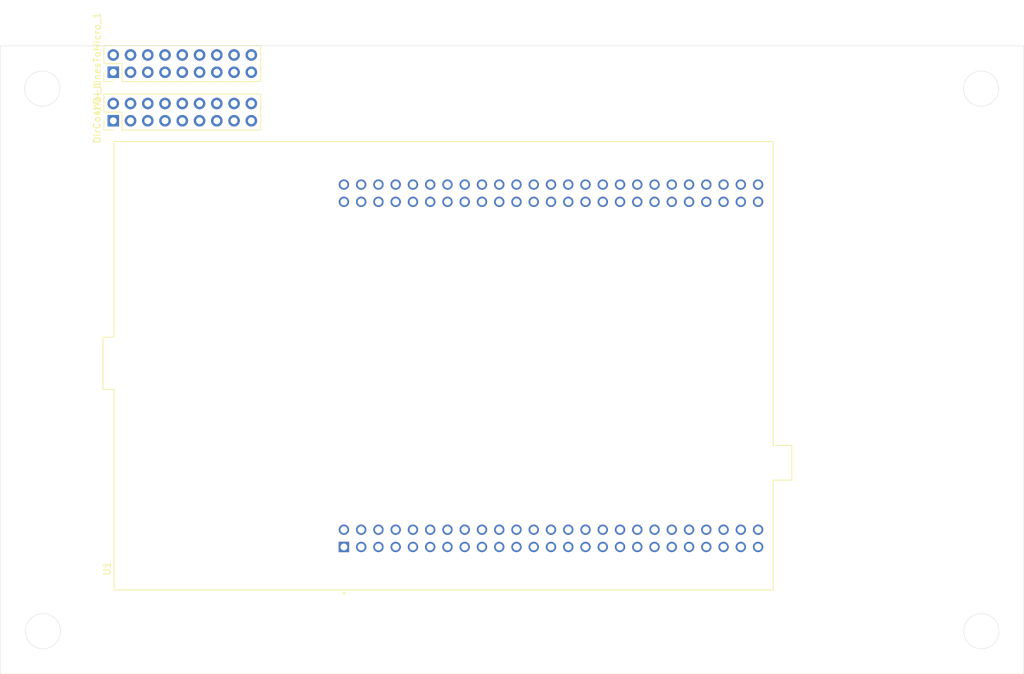
<source format=kicad_pcb>
(kicad_pcb (version 20241229) (generator "pcbnew") (generator_version "9.0")
  (layers (0 "F.Cu" signal) (2 "B.Cu" signal) (13 "F.Paste" user) (15 "B.Paste" user) (5 "F.SilkS" user "F.Silkscreen") (7 "B.SilkS" user "B.Silkscreen") (1 "F.Mask" user) (3 "B.Mask" user) (25 "Edge.Cuts" user))
  (net 0 "")
  (net 51 "+5V")
  (net 52 "DIR-6")
  (net 53 "DIR-1")
  (net 54 "DIR-10")
  (net 55 "DIR-4")
  (net 56 "DIR-7")
  (net 57 "DIR-3")
  (net 58 "DIR-5")
  (net 59 "DIR-15")
  (net 60 "DIR-11")
  (net 61 "DIR-9")
  (net 62 "GND")
  (net 63 "DIR-13")
  (net 64 "DIR-2")
  (net 65 "DIR-8")
  (net 66 "DIR-12")
  (net 67 "DIR-16")
  (net 68 "DIR-14")
  (net 69 "I{slash}O-14 Micro")
  (net 70 "I{slash}O-8 Micro")
  (net 71 "I{slash}O-11 Micro")
  (net 72 "I{slash}O-4 Micro")
  (net 73 "I{slash}O-12 Micro")
  (net 74 "I{slash}O-9 Micro")
  (net 75 "I{slash}O-1 Micro")
  (net 76 "I{slash}O-16 Micro")
  (net 77 "I{slash}O-2 Micro")
  (net 78 "I{slash}O-3 Micro")
  (net 79 "I{slash}O-13 Micro")
  (net 80 "I{slash}O-10 Micro")
  (net 81 "I{slash}O-7 Micro")
  (net 82 "I{slash}O-15 Micro")
  (net 83 "I{slash}O-5 Micro")
  (net 84 "I{slash}O-6 Micro")
  (footprint "Connector_PinHeader_2.54mm:PinHeader_2x09_P2.54mm_Vertical" (layer "F.Cu") (at 83.652 59.693 90)
    (property "Reference" "DirControl_1" (at 1.27 -2.38 90) (layer "F.SilkS"))
    (property "Value" "Conn_02x09_Top_Bottom")
    (fp_line (start 3.92 -1.38) (end 3.92 21.7) (stroke (width 0.12)) (layer "F.SilkS"))
    (fp_line (start 1.27 -1.38) (end 3.92 -1.38) (stroke (width 0.12)) (layer "F.SilkS"))
    (fp_line (start -1.38 -1.38) (end 0 -1.38) (stroke (width 0.12)) (layer "F.SilkS"))
    (fp_line (start -1.38 0) (end -1.38 -1.38) (stroke (width 0.12)) (layer "F.SilkS"))
    (fp_line (start 1.27 1.27) (end 1.27 -1.38) (stroke (width 0.12)) (layer "F.SilkS"))
    (fp_line (start -1.38 1.27) (end 1.27 1.27) (stroke (width 0.12)) (layer "F.SilkS"))
    (fp_line (start -1.38 1.27) (end -1.38 21.7) (stroke (width 0.12)) (layer "F.SilkS"))
    (fp_line (start -1.38 21.7) (end 3.92 21.7) (stroke (width 0.12)) (layer "F.SilkS"))
    (pad "1" thru_hole rect (at 0 0 90) (size 1.7 1.7) (drill 1) (layers "*.Cu" "*.Mask") (net 53 "DIR-1"))
    (pad "2" thru_hole circle (at 2.54 0 90) (size 1.7 1.7) (drill 1) (layers "*.Cu" "*.Mask") (net 52 "DIR-6"))
    (pad "3" thru_hole circle (at 0 2.54 90) (size 1.7 1.7) (drill 1) (layers "*.Cu" "*.Mask") (net 56 "DIR-7"))
    (pad "4" thru_hole circle (at 2.54 2.54 90) (size 1.7 1.7) (drill 1) (layers "*.Cu" "*.Mask") (net 68 "DIR-14"))
    (pad "5" thru_hole circle (at 0 5.08 90) (size 1.7 1.7) (drill 1) (layers "*.Cu" "*.Mask") (net 63 "DIR-13"))
    (pad "6" thru_hole circle (at 2.54 5.08 90) (size 1.7 1.7) (drill 1) (layers "*.Cu" "*.Mask") (net 65 "DIR-8"))
    (pad "7" thru_hole circle (at 0 7.62 90) (size 1.7 1.7) (drill 1) (layers "*.Cu" "*.Mask") (net 58 "DIR-5"))
    (pad "8" thru_hole circle (at 2.54 7.62 90) (size 1.7 1.7) (drill 1) (layers "*.Cu" "*.Mask") (net 64 "DIR-2"))
    (pad "9" thru_hole circle (at 0 10.16 90) (size 1.7 1.7) (drill 1) (layers "*.Cu" "*.Mask") (net 55 "DIR-4"))
    (pad "10" thru_hole circle (at 2.54 10.16 90) (size 1.7 1.7) (drill 1) (layers "*.Cu" "*.Mask") (net 60 "DIR-11"))
    (pad "11" thru_hole circle (at 0 12.7 90) (size 1.7 1.7) (drill 1) (layers "*.Cu" "*.Mask") (net 54 "DIR-10"))
    (pad "12" thru_hole circle (at 2.54 12.7 90) (size 1.7 1.7) (drill 1) (layers "*.Cu" "*.Mask") (net 59 "DIR-15"))
    (pad "13" thru_hole circle (at 0 15.24 90) (size 1.7 1.7) (drill 1) (layers "*.Cu" "*.Mask") (net 67 "DIR-16"))
    (pad "14" thru_hole circle (at 2.54 15.24 90) (size 1.7 1.7) (drill 1) (layers "*.Cu" "*.Mask") (net 61 "DIR-9"))
    (pad "15" thru_hole circle (at 0 17.78 90) (size 1.7 1.7) (drill 1) (layers "*.Cu" "*.Mask") (net 66 "DIR-12"))
    (pad "16" thru_hole circle (at 2.54 17.78 90) (size 1.7 1.7) (drill 1) (layers "*.Cu" "*.Mask") (net 57 "DIR-3"))
    (pad "17" thru_hole circle (at 0 20.32 90) (size 1.7 1.7) (drill 1) (layers "*.Cu" "*.Mask") (net 51 "+5V"))
    (pad "18" thru_hole circle (at 2.54 20.32 90) (size 1.7 1.7) (drill 1) (layers "*.Cu" "*.Mask") (net 62 "GND"))
  )
  (footprint "STM32F407G-DISC1:MODULE_STM32F407G-DISC1" (layer "F.Cu") (at 132.282 95.758 90)
    (property "Reference" "U1" (at -29.845 -49.53 90) (layer "F.SilkS"))
    (property "Value" "STM32F407G-DISC1")
    (fp_line (start -3.5 -50.15) (end 4.2 -50.15) (stroke (width 0.127)) (layer "F.SilkS"))
    (fp_line (start 4.2 -48.5) (end 4.2 -50.15) (stroke (width 0.127)) (layer "F.SilkS"))
    (fp_line (start 4.2 -48.5) (end 33 -48.5) (stroke (width 0.127)) (layer "F.SilkS"))
    (fp_line (start -3.5 -48.5) (end -3.5 -50.15) (stroke (width 0.127)) (layer "F.SilkS"))
    (fp_line (start -33 -48.5) (end -3.5 -48.5) (stroke (width 0.127)) (layer "F.SilkS"))
    (fp_line (start 33 48.5) (end 33 -48.5) (stroke (width 0.127)) (layer "F.SilkS"))
    (fp_line (start -11.74 48.5) (end 33 48.5) (stroke (width 0.127)) (layer "F.SilkS"))
    (fp_line (start -11.74 48.5) (end -11.74 51.245) (stroke (width 0.127)) (layer "F.SilkS"))
    (fp_line (start -16.84 48.5) (end -16.84 51.245) (stroke (width 0.127)) (layer "F.SilkS"))
    (fp_line (start -33 48.5) (end -33 -48.5) (stroke (width 0.127)) (layer "F.SilkS"))
    (fp_line (start -33 48.5) (end -16.84 48.5) (stroke (width 0.127)) (layer "F.SilkS"))
    (fp_line (start -16.84 51.245) (end -11.74 51.245) (stroke (width 0.127)) (layer "F.SilkS"))
    (fp_circle (center -33.5 -14.68) (end -33.4 -14.68) (stroke (width 0.2)) (fill no) (layer "F.SilkS"))
    (pad "P1_1" thru_hole rect (at -26.67 -14.68 90) (size 1.524 1.524) (drill 1.016) (layers "*.Cu" "*.Mask"))
    (pad "P1_2" thru_hole circle (at -24.13 -14.68 90) (size 1.524 1.524) (drill 1.016) (layers "*.Cu" "*.Mask"))
    (pad "P1_3" thru_hole circle (at -26.67 -12.14 90) (size 1.524 1.524) (drill 1.016) (layers "*.Cu" "*.Mask"))
    (pad "P1_4" thru_hole circle (at -24.13 -12.14 90) (size 1.524 1.524) (drill 1.016) (layers "*.Cu" "*.Mask"))
    (pad "P1_5" thru_hole circle (at -26.67 -9.6 90) (size 1.524 1.524) (drill 1.016) (layers "*.Cu" "*.Mask"))
    (pad "P1_6" thru_hole circle (at -24.13 -9.6 90) (size 1.524 1.524) (drill 1.016) (layers "*.Cu" "*.Mask"))
    (pad "P1_7" thru_hole circle (at -26.67 -7.06 90) (size 1.524 1.524) (drill 1.016) (layers "*.Cu" "*.Mask"))
    (pad "P1_8" thru_hole circle (at -24.13 -7.06 90) (size 1.524 1.524) (drill 1.016) (layers "*.Cu" "*.Mask"))
    (pad "P1_9" thru_hole circle (at -26.67 -4.52 90) (size 1.524 1.524) (drill 1.016) (layers "*.Cu" "*.Mask"))
    (pad "P1_10" thru_hole circle (at -24.13 -4.52 90) (size 1.524 1.524) (drill 1.016) (layers "*.Cu" "*.Mask"))
    (pad "P1_11" thru_hole circle (at -26.67 -1.98 90) (size 1.524 1.524) (drill 1.016) (layers "*.Cu" "*.Mask"))
    (pad "P1_12" thru_hole circle (at -24.13 -1.98 90) (size 1.524 1.524) (drill 1.016) (layers "*.Cu" "*.Mask"))
    (pad "P1_13" thru_hole circle (at -26.67 0.56 90) (size 1.524 1.524) (drill 1.016) (layers "*.Cu" "*.Mask"))
    (pad "P1_14" thru_hole circle (at -24.13 0.56 90) (size 1.524 1.524) (drill 1.016) (layers "*.Cu" "*.Mask"))
    (pad "P1_15" thru_hole circle (at -26.67 3.1 90) (size 1.524 1.524) (drill 1.016) (layers "*.Cu" "*.Mask"))
    (pad "P1_16" thru_hole circle (at -24.13 3.1 90) (size 1.524 1.524) (drill 1.016) (layers "*.Cu" "*.Mask"))
    (pad "P1_17" thru_hole circle (at -26.67 5.64 90) (size 1.524 1.524) (drill 1.016) (layers "*.Cu" "*.Mask"))
    (pad "P1_18" thru_hole circle (at -24.13 5.64 90) (size 1.524 1.524) (drill 1.016) (layers "*.Cu" "*.Mask"))
    (pad "P1_19" thru_hole circle (at -26.67 8.18 90) (size 1.524 1.524) (drill 1.016) (layers "*.Cu" "*.Mask"))
    (pad "P1_20" thru_hole circle (at -24.13 8.18 90) (size 1.524 1.524) (drill 1.016) (layers "*.Cu" "*.Mask"))
    (pad "P1_21" thru_hole circle (at -26.67 10.72 90) (size 1.524 1.524) (drill 1.016) (layers "*.Cu" "*.Mask"))
    (pad "P1_22" thru_hole circle (at -24.13 10.72 90) (size 1.524 1.524) (drill 1.016) (layers "*.Cu" "*.Mask"))
    (pad "P1_23" thru_hole circle (at -26.67 13.26 90) (size 1.524 1.524) (drill 1.016) (layers "*.Cu" "*.Mask"))
    (pad "P1_24" thru_hole circle (at -24.13 13.26 90) (size 1.524 1.524) (drill 1.016) (layers "*.Cu" "*.Mask"))
    (pad "P1_25" thru_hole circle (at -26.67 15.8 90) (size 1.524 1.524) (drill 1.016) (layers "*.Cu" "*.Mask"))
    (pad "P1_26" thru_hole circle (at -24.13 15.8 90) (size 1.524 1.524) (drill 1.016) (layers "*.Cu" "*.Mask"))
    (pad "P1_27" thru_hole circle (at -26.67 18.34 90) (size 1.524 1.524) (drill 1.016) (layers "*.Cu" "*.Mask"))
    (pad "P1_28" thru_hole circle (at -24.13 18.34 90) (size 1.524 1.524) (drill 1.016) (layers "*.Cu" "*.Mask"))
    (pad "P1_29" thru_hole circle (at -26.67 20.88 90) (size 1.524 1.524) (drill 1.016) (layers "*.Cu" "*.Mask"))
    (pad "P1_30" thru_hole circle (at -24.13 20.88 90) (size 1.524 1.524) (drill 1.016) (layers "*.Cu" "*.Mask"))
    (pad "P1_31" thru_hole circle (at -26.67 23.42 90) (size 1.524 1.524) (drill 1.016) (layers "*.Cu" "*.Mask"))
    (pad "P1_32" thru_hole circle (at -24.13 23.42 90) (size 1.524 1.524) (drill 1.016) (layers "*.Cu" "*.Mask"))
    (pad "P1_33" thru_hole circle (at -26.67 25.96 90) (size 1.524 1.524) (drill 1.016) (layers "*.Cu" "*.Mask"))
    (pad "P1_34" thru_hole circle (at -24.13 25.96 90) (size 1.524 1.524) (drill 1.016) (layers "*.Cu" "*.Mask"))
    (pad "P1_35" thru_hole circle (at -26.67 28.5 90) (size 1.524 1.524) (drill 1.016) (layers "*.Cu" "*.Mask"))
    (pad "P1_36" thru_hole circle (at -24.13 28.5 90) (size 1.524 1.524) (drill 1.016) (layers "*.Cu" "*.Mask"))
    (pad "P1_37" thru_hole circle (at -26.67 31.04 90) (size 1.524 1.524) (drill 1.016) (layers "*.Cu" "*.Mask"))
    (pad "P1_38" thru_hole circle (at -24.13 31.04 90) (size 1.524 1.524) (drill 1.016) (layers "*.Cu" "*.Mask"))
    (pad "P1_39" thru_hole circle (at -26.67 33.58 90) (size 1.524 1.524) (drill 1.016) (layers "*.Cu" "*.Mask"))
    (pad "P1_40" thru_hole circle (at -24.13 33.58 90) (size 1.524 1.524) (drill 1.016) (layers "*.Cu" "*.Mask"))
    (pad "P1_41" thru_hole circle (at -26.67 36.12 90) (size 1.524 1.524) (drill 1.016) (layers "*.Cu" "*.Mask"))
    (pad "P1_42" thru_hole circle (at -24.13 36.12 90) (size 1.524 1.524) (drill 1.016) (layers "*.Cu" "*.Mask"))
    (pad "P1_43" thru_hole circle (at -26.67 38.66 90) (size 1.524 1.524) (drill 1.016) (layers "*.Cu" "*.Mask"))
    (pad "P1_44" thru_hole circle (at -24.13 38.66 90) (size 1.524 1.524) (drill 1.016) (layers "*.Cu" "*.Mask"))
    (pad "P1_45" thru_hole circle (at -26.67 41.2 90) (size 1.524 1.524) (drill 1.016) (layers "*.Cu" "*.Mask"))
    (pad "P1_46" thru_hole circle (at -24.13 41.2 90) (size 1.524 1.524) (drill 1.016) (layers "*.Cu" "*.Mask"))
    (pad "P1_47" thru_hole circle (at -26.67 43.74 90) (size 1.524 1.524) (drill 1.016) (layers "*.Cu" "*.Mask"))
    (pad "P1_48" thru_hole circle (at -24.13 43.74 90) (size 1.524 1.524) (drill 1.016) (layers "*.Cu" "*.Mask"))
    (pad "P1_49" thru_hole circle (at -26.67 46.28 90) (size 1.524 1.524) (drill 1.016) (layers "*.Cu" "*.Mask"))
    (pad "P1_50" thru_hole circle (at -24.13 46.28 90) (size 1.524 1.524) (drill 1.016) (layers "*.Cu" "*.Mask"))
    (pad "P2_1" thru_hole circle (at 24.13 -14.68 90) (size 1.524 1.524) (drill 1.016) (layers "*.Cu" "*.Mask"))
    (pad "P2_2" thru_hole circle (at 26.67 -14.68 90) (size 1.524 1.524) (drill 1.016) (layers "*.Cu" "*.Mask"))
    (pad "P2_3" thru_hole circle (at 24.13 -12.14 90) (size 1.524 1.524) (drill 1.016) (layers "*.Cu" "*.Mask"))
    (pad "P2_4" thru_hole circle (at 26.67 -12.14 90) (size 1.524 1.524) (drill 1.016) (layers "*.Cu" "*.Mask"))
    (pad "P2_5" thru_hole circle (at 24.13 -9.6 90) (size 1.524 1.524) (drill 1.016) (layers "*.Cu" "*.Mask"))
    (pad "P2_6" thru_hole circle (at 26.67 -9.6 90) (size 1.524 1.524) (drill 1.016) (layers "*.Cu" "*.Mask"))
    (pad "P2_7" thru_hole circle (at 24.13 -7.06 90) (size 1.524 1.524) (drill 1.016) (layers "*.Cu" "*.Mask"))
    (pad "P2_8" thru_hole circle (at 26.67 -7.06 90) (size 1.524 1.524) (drill 1.016) (layers "*.Cu" "*.Mask"))
    (pad "P2_9" thru_hole circle (at 24.13 -4.52 90) (size 1.524 1.524) (drill 1.016) (layers "*.Cu" "*.Mask"))
    (pad "P2_10" thru_hole circle (at 26.67 -4.52 90) (size 1.524 1.524) (drill 1.016) (layers "*.Cu" "*.Mask"))
    (pad "P2_11" thru_hole circle (at 24.13 -1.98 90) (size 1.524 1.524) (drill 1.016) (layers "*.Cu" "*.Mask"))
    (pad "P2_12" thru_hole circle (at 26.67 -1.98 90) (size 1.524 1.524) (drill 1.016) (layers "*.Cu" "*.Mask"))
    (pad "P2_13" thru_hole circle (at 24.13 0.56 90) (size 1.524 1.524) (drill 1.016) (layers "*.Cu" "*.Mask"))
    (pad "P2_14" thru_hole circle (at 26.67 0.56 90) (size 1.524 1.524) (drill 1.016) (layers "*.Cu" "*.Mask"))
    (pad "P2_15" thru_hole circle (at 24.13 3.1 90) (size 1.524 1.524) (drill 1.016) (layers "*.Cu" "*.Mask"))
    (pad "P2_16" thru_hole circle (at 26.67 3.1 90) (size 1.524 1.524) (drill 1.016) (layers "*.Cu" "*.Mask"))
    (pad "P2_17" thru_hole circle (at 24.13 5.64 90) (size 1.524 1.524) (drill 1.016) (layers "*.Cu" "*.Mask"))
    (pad "P2_18" thru_hole circle (at 26.67 5.64 90) (size 1.524 1.524) (drill 1.016) (layers "*.Cu" "*.Mask"))
    (pad "P2_19" thru_hole circle (at 24.13 8.18 90) (size 1.524 1.524) (drill 1.016) (layers "*.Cu" "*.Mask"))
    (pad "P2_20" thru_hole circle (at 26.67 8.18 90) (size 1.524 1.524) (drill 1.016) (layers "*.Cu" "*.Mask"))
    (pad "P2_21" thru_hole circle (at 24.13 10.72 90) (size 1.524 1.524) (drill 1.016) (layers "*.Cu" "*.Mask"))
    (pad "P2_22" thru_hole circle (at 26.67 10.72 90) (size 1.524 1.524) (drill 1.016) (layers "*.Cu" "*.Mask"))
    (pad "P2_23" thru_hole circle (at 24.13 13.26 90) (size 1.524 1.524) (drill 1.016) (layers "*.Cu" "*.Mask"))
    (pad "P2_24" thru_hole circle (at 26.67 13.26 90) (size 1.524 1.524) (drill 1.016) (layers "*.Cu" "*.Mask"))
    (pad "P2_25" thru_hole circle (at 24.13 15.8 90) (size 1.524 1.524) (drill 1.016) (layers "*.Cu" "*.Mask"))
    (pad "P2_26" thru_hole circle (at 26.67 15.8 90) (size 1.524 1.524) (drill 1.016) (layers "*.Cu" "*.Mask"))
    (pad "P2_27" thru_hole circle (at 24.13 18.34 90) (size 1.524 1.524) (drill 1.016) (layers "*.Cu" "*.Mask"))
    (pad "P2_28" thru_hole circle (at 26.67 18.34 90) (size 1.524 1.524) (drill 1.016) (layers "*.Cu" "*.Mask"))
    (pad "P2_29" thru_hole circle (at 24.13 20.88 90) (size 1.524 1.524) (drill 1.016) (layers "*.Cu" "*.Mask"))
    (pad "P2_30" thru_hole circle (at 26.67 20.88 90) (size 1.524 1.524) (drill 1.016) (layers "*.Cu" "*.Mask"))
    (pad "P2_31" thru_hole circle (at 24.13 23.42 90) (size 1.524 1.524) (drill 1.016) (layers "*.Cu" "*.Mask"))
    (pad "P2_32" thru_hole circle (at 26.67 23.42 90) (size 1.524 1.524) (drill 1.016) (layers "*.Cu" "*.Mask"))
    (pad "P2_33" thru_hole circle (at 24.13 25.96 90) (size 1.524 1.524) (drill 1.016) (layers "*.Cu" "*.Mask"))
    (pad "P2_34" thru_hole circle (at 26.67 25.96 90) (size 1.524 1.524) (drill 1.016) (layers "*.Cu" "*.Mask"))
    (pad "P2_35" thru_hole circle (at 24.13 28.5 90) (size 1.524 1.524) (drill 1.016) (layers "*.Cu" "*.Mask"))
    (pad "P2_36" thru_hole circle (at 26.67 28.5 90) (size 1.524 1.524) (drill 1.016) (layers "*.Cu" "*.Mask"))
    (pad "P2_37" thru_hole circle (at 24.13 31.04 90) (size 1.524 1.524) (drill 1.016) (layers "*.Cu" "*.Mask"))
    (pad "P2_38" thru_hole circle (at 26.67 31.04 90) (size 1.524 1.524) (drill 1.016) (layers "*.Cu" "*.Mask"))
    (pad "P2_39" thru_hole circle (at 24.13 33.58 90) (size 1.524 1.524) (drill 1.016) (layers "*.Cu" "*.Mask"))
    (pad "P2_40" thru_hole circle (at 26.67 33.58 90) (size 1.524 1.524) (drill 1.016) (layers "*.Cu" "*.Mask"))
    (pad "P2_41" thru_hole circle (at 24.13 36.12 90) (size 1.524 1.524) (drill 1.016) (layers "*.Cu" "*.Mask"))
    (pad "P2_42" thru_hole circle (at 26.67 36.12 90) (size 1.524 1.524) (drill 1.016) (layers "*.Cu" "*.Mask"))
    (pad "P2_43" thru_hole circle (at 24.13 38.66 90) (size 1.524 1.524) (drill 1.016) (layers "*.Cu" "*.Mask"))
    (pad "P2_44" thru_hole circle (at 26.67 38.66 90) (size 1.524 1.524) (drill 1.016) (layers "*.Cu" "*.Mask"))
    (pad "P2_45" thru_hole circle (at 24.13 41.2 90) (size 1.524 1.524) (drill 1.016) (layers "*.Cu" "*.Mask"))
    (pad "P2_46" thru_hole circle (at 26.67 41.2 90) (size 1.524 1.524) (drill 1.016) (layers "*.Cu" "*.Mask"))
    (pad "P2_47" thru_hole circle (at 24.13 43.74 90) (size 1.524 1.524) (drill 1.016) (layers "*.Cu" "*.Mask"))
    (pad "P2_48" thru_hole circle (at 26.67 43.74 90) (size 1.524 1.524) (drill 1.016) (layers "*.Cu" "*.Mask"))
    (pad "P2_49" thru_hole circle (at 24.13 46.28 90) (size 1.524 1.524) (drill 1.016) (layers "*.Cu" "*.Mask"))
    (pad "P2_50" thru_hole circle (at 26.67 46.28 90) (size 1.524 1.524) (drill 1.016) (layers "*.Cu" "*.Mask"))
  )
  (footprint "Connector_PinHeader_2.54mm:PinHeader_2x09_P2.54mm_Vertical" (layer "F.Cu") (at 83.652 52.553 90)
    (property "Reference" "I/O-LinesToMicro_1" (at 1.27 -2.38 90) (layer "F.SilkS"))
    (property "Value" "Conn_02x09_Top_Bottom")
    (fp_line (start 3.92 -1.38) (end 3.92 21.7) (stroke (width 0.12)) (layer "F.SilkS"))
    (fp_line (start 1.27 -1.38) (end 3.92 -1.38) (stroke (width 0.12)) (layer "F.SilkS"))
    (fp_line (start -1.38 -1.38) (end 0 -1.38) (stroke (width 0.12)) (layer "F.SilkS"))
    (fp_line (start -1.38 0) (end -1.38 -1.38) (stroke (width 0.12)) (layer "F.SilkS"))
    (fp_line (start 1.27 1.27) (end 1.27 -1.38) (stroke (width 0.12)) (layer "F.SilkS"))
    (fp_line (start -1.38 1.27) (end 1.27 1.27) (stroke (width 0.12)) (layer "F.SilkS"))
    (fp_line (start -1.38 1.27) (end -1.38 21.7) (stroke (width 0.12)) (layer "F.SilkS"))
    (fp_line (start -1.38 21.7) (end 3.92 21.7) (stroke (width 0.12)) (layer "F.SilkS"))
    (pad "1" thru_hole rect (at 0 0 90) (size 1.7 1.7) (drill 1) (layers "*.Cu" "*.Mask") (net 84 "I{slash}O-6 Micro"))
    (pad "2" thru_hole circle (at 2.54 0 90) (size 1.7 1.7) (drill 1) (layers "*.Cu" "*.Mask") (net 75 "I{slash}O-1 Micro"))
    (pad "3" thru_hole circle (at 0 2.54 90) (size 1.7 1.7) (drill 1) (layers "*.Cu" "*.Mask") (net 69 "I{slash}O-14 Micro"))
    (pad "4" thru_hole circle (at 2.54 2.54 90) (size 1.7 1.7) (drill 1) (layers "*.Cu" "*.Mask") (net 81 "I{slash}O-7 Micro"))
    (pad "5" thru_hole circle (at 0 5.08 90) (size 1.7 1.7) (drill 1) (layers "*.Cu" "*.Mask") (net 70 "I{slash}O-8 Micro"))
    (pad "6" thru_hole circle (at 2.54 5.08 90) (size 1.7 1.7) (drill 1) (layers "*.Cu" "*.Mask") (net 79 "I{slash}O-13 Micro"))
    (pad "7" thru_hole circle (at 0 7.62 90) (size 1.7 1.7) (drill 1) (layers "*.Cu" "*.Mask") (net 77 "I{slash}O-2 Micro"))
    (pad "8" thru_hole circle (at 2.54 7.62 90) (size 1.7 1.7) (drill 1) (layers "*.Cu" "*.Mask") (net 83 "I{slash}O-5 Micro"))
    (pad "9" thru_hole circle (at 0 10.16 90) (size 1.7 1.7) (drill 1) (layers "*.Cu" "*.Mask") (net 71 "I{slash}O-11 Micro"))
    (pad "10" thru_hole circle (at 2.54 10.16 90) (size 1.7 1.7) (drill 1) (layers "*.Cu" "*.Mask") (net 72 "I{slash}O-4 Micro"))
    (pad "11" thru_hole circle (at 0 12.7 90) (size 1.7 1.7) (drill 1) (layers "*.Cu" "*.Mask") (net 82 "I{slash}O-15 Micro"))
    (pad "12" thru_hole circle (at 2.54 12.7 90) (size 1.7 1.7) (drill 1) (layers "*.Cu" "*.Mask") (net 80 "I{slash}O-10 Micro"))
    (pad "13" thru_hole circle (at 0 15.24 90) (size 1.7 1.7) (drill 1) (layers "*.Cu" "*.Mask") (net 74 "I{slash}O-9 Micro"))
    (pad "14" thru_hole circle (at 2.54 15.24 90) (size 1.7 1.7) (drill 1) (layers "*.Cu" "*.Mask") (net 76 "I{slash}O-16 Micro"))
    (pad "15" thru_hole circle (at 0 17.78 90) (size 1.7 1.7) (drill 1) (layers "*.Cu" "*.Mask") (net 78 "I{slash}O-3 Micro"))
    (pad "16" thru_hole circle (at 2.54 17.78 90) (size 1.7 1.7) (drill 1) (layers "*.Cu" "*.Mask") (net 73 "I{slash}O-12 Micro"))
    (pad "17" thru_hole circle (at 0 20.32 90) (size 1.7 1.7) (drill 1) (layers "*.Cu" "*.Mask") (net 51 "+5V"))
    (pad "18" thru_hole circle (at 2.54 20.32 90) (size 1.7 1.7) (drill 1) (layers "*.Cu" "*.Mask") (net 62 "GND"))
  )
  (gr_circle (center 211.4296 134.8232) (end 214.0204 134.8232) (stroke (width 0.05)) (fill no) (layer "Edge.Cuts"))
  (gr_circle (center 73.2028 54.9656) (end 75.7936 54.9656) (stroke (width 0.05)) (fill no) (layer "Edge.Cuts"))
  (gr_circle (center 73.3044 134.8232) (end 75.8952 134.8232) (stroke (width 0.05)) (fill no) (layer "Edge.Cuts"))
  (gr_rect (start 67.0044 48.6733) (end 217.678 141.1155) (stroke (width 0.05)) (fill no) (layer "Edge.Cuts"))
  (gr_circle (center 211.3788 54.9656) (end 213.9696 54.9656) (stroke (width 0.05)) (fill no) (layer "Edge.Cuts"))
)
</source>
